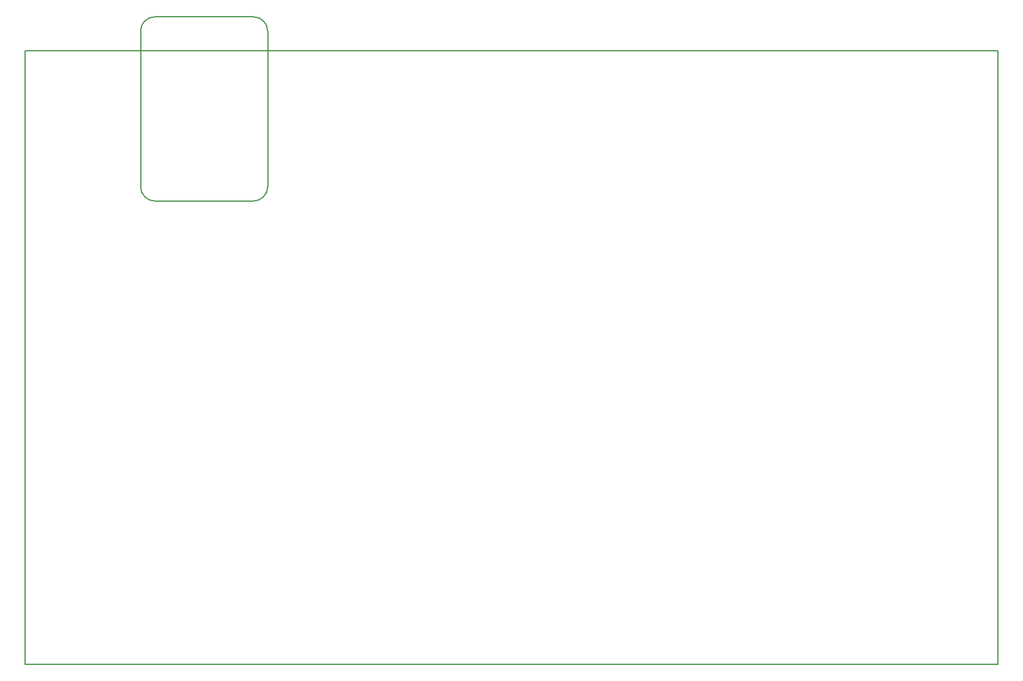
<source format=gko>
G04*
G04 #@! TF.GenerationSoftware,Altium Limited,Altium Designer,23.5.1 (21)*
G04*
G04 Layer_Color=16711935*
%FSLAX44Y44*%
%MOMM*%
G71*
G04*
G04 #@! TF.SameCoordinates,8DBBECA3-F22B-4787-8F39-2E3879C6619A*
G04*
G04*
G04 #@! TF.FilePolarity,Positive*
G04*
G01*
G75*
%ADD13C,0.2032*%
D13*
X323850Y656910D02*
G03*
X344170Y677230I0J20320D01*
G01*
X163830D02*
G03*
X184150Y656910I20320J0D01*
G01*
Y918210D02*
G03*
X163830Y897890I0J-20320D01*
G01*
X344170D02*
G03*
X323850Y918210I-20320J0D01*
G01*
X0Y870000D02*
X1380000D01*
X0Y0D02*
Y870000D01*
X1380000Y0D02*
Y870000D01*
X184150Y656910D02*
X323850D01*
X163830Y677230D02*
Y877890D01*
Y897890D01*
X184150Y918210D02*
X323850D01*
X344170Y677230D02*
Y877890D01*
Y897890D01*
X0Y0D02*
X1380000D01*
M02*

</source>
